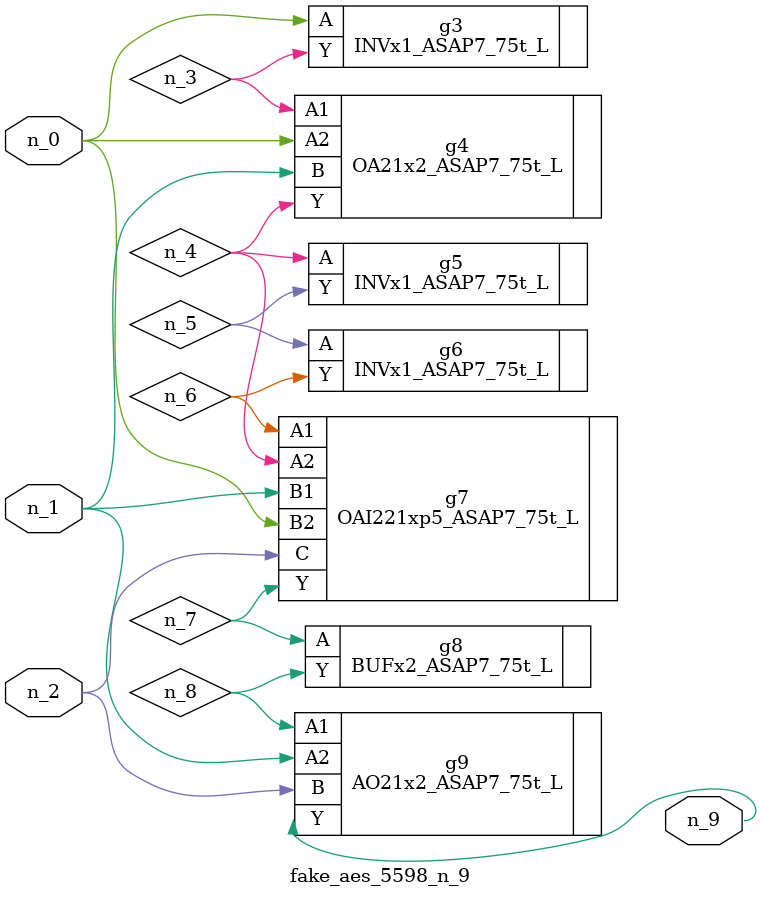
<source format=v>
module fake_aes_5598_n_9 (n_1, n_2, n_0, n_9);
input n_1;
input n_2;
input n_0;
output n_9;
wire n_6;
wire n_4;
wire n_3;
wire n_5;
wire n_7;
wire n_8;
INVx1_ASAP7_75t_L g3 ( .A(n_0), .Y(n_3) );
OA21x2_ASAP7_75t_L g4 ( .A1(n_3), .A2(n_0), .B(n_1), .Y(n_4) );
INVx1_ASAP7_75t_L g5 ( .A(n_4), .Y(n_5) );
INVx1_ASAP7_75t_L g6 ( .A(n_5), .Y(n_6) );
OAI221xp5_ASAP7_75t_L g7 ( .A1(n_6), .A2(n_4), .B1(n_1), .B2(n_0), .C(n_2), .Y(n_7) );
BUFx2_ASAP7_75t_L g8 ( .A(n_7), .Y(n_8) );
AO21x2_ASAP7_75t_L g9 ( .A1(n_8), .A2(n_1), .B(n_2), .Y(n_9) );
endmodule
</source>
